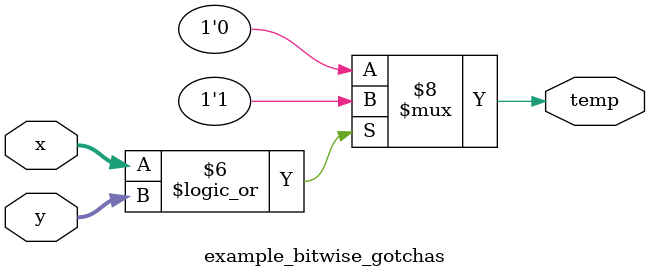
<source format=v>
module example_bitwise_gotchas(x, y, temp);
input [2:0] x;
input [2:0] y;
output reg temp;

// assume x = 3'b111
// assume y = 3'b100
always @(*) begin
	temp = x && 3'b000; // evaluates to 0
	temp = x && 1; 		// evaluates to 1
	temp = x && y; 		// evaluates to 1
	temp = x || y; 		// evaluates to 1
	if (x || y) temp = 1;
	else temp = 0; 
end

endmodule
</source>
